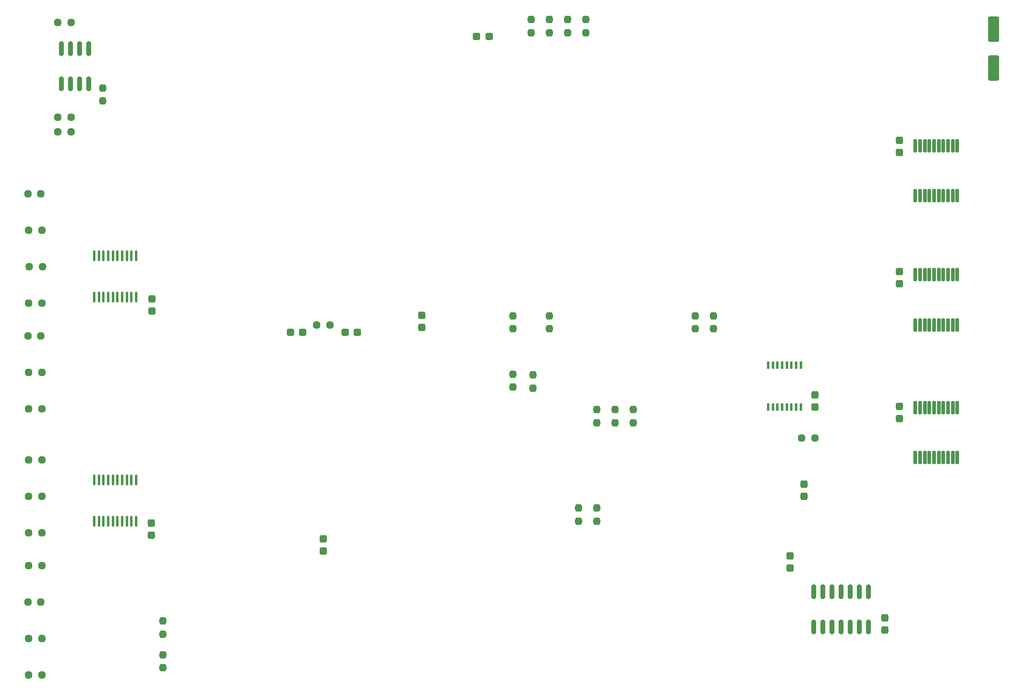
<source format=gtp>
%TF.GenerationSoftware,KiCad,Pcbnew,7.0.1*%
%TF.CreationDate,2023-08-20T11:19:01+01:00*%
%TF.ProjectId,J11HackPlus_V2,4a313148-6163-46b5-906c-75735f56322e,rev?*%
%TF.SameCoordinates,Original*%
%TF.FileFunction,Paste,Top*%
%TF.FilePolarity,Positive*%
%FSLAX46Y46*%
G04 Gerber Fmt 4.6, Leading zero omitted, Abs format (unit mm)*
G04 Created by KiCad (PCBNEW 7.0.1) date 2023-08-20 11:19:01*
%MOMM*%
%LPD*%
G01*
G04 APERTURE LIST*
G04 Aperture macros list*
%AMRoundRect*
0 Rectangle with rounded corners*
0 $1 Rounding radius*
0 $2 $3 $4 $5 $6 $7 $8 $9 X,Y pos of 4 corners*
0 Add a 4 corners polygon primitive as box body*
4,1,4,$2,$3,$4,$5,$6,$7,$8,$9,$2,$3,0*
0 Add four circle primitives for the rounded corners*
1,1,$1+$1,$2,$3*
1,1,$1+$1,$4,$5*
1,1,$1+$1,$6,$7*
1,1,$1+$1,$8,$9*
0 Add four rect primitives between the rounded corners*
20,1,$1+$1,$2,$3,$4,$5,0*
20,1,$1+$1,$4,$5,$6,$7,0*
20,1,$1+$1,$6,$7,$8,$9,0*
20,1,$1+$1,$8,$9,$2,$3,0*%
G04 Aperture macros list end*
%ADD10RoundRect,0.237500X-0.250000X-0.237500X0.250000X-0.237500X0.250000X0.237500X-0.250000X0.237500X0*%
%ADD11RoundRect,0.237500X-0.237500X0.300000X-0.237500X-0.300000X0.237500X-0.300000X0.237500X0.300000X0*%
%ADD12RoundRect,0.237500X0.237500X-0.250000X0.237500X0.250000X-0.237500X0.250000X-0.237500X-0.250000X0*%
%ADD13RoundRect,0.237500X-0.237500X0.250000X-0.237500X-0.250000X0.237500X-0.250000X0.237500X0.250000X0*%
%ADD14RoundRect,0.100000X-0.100000X0.637500X-0.100000X-0.637500X0.100000X-0.637500X0.100000X0.637500X0*%
%ADD15RoundRect,0.237500X0.250000X0.237500X-0.250000X0.237500X-0.250000X-0.237500X0.250000X-0.237500X0*%
%ADD16RoundRect,0.237500X0.300000X0.237500X-0.300000X0.237500X-0.300000X-0.237500X0.300000X-0.237500X0*%
%ADD17RoundRect,0.125000X0.125000X-0.825000X0.125000X0.825000X-0.125000X0.825000X-0.125000X-0.825000X0*%
%ADD18RoundRect,0.237500X0.237500X-0.300000X0.237500X0.300000X-0.237500X0.300000X-0.237500X-0.300000X0*%
%ADD19RoundRect,0.150000X-0.150000X0.825000X-0.150000X-0.825000X0.150000X-0.825000X0.150000X0.825000X0*%
%ADD20R,0.400000X1.000000*%
%ADD21RoundRect,0.250000X0.550000X-1.500000X0.550000X1.500000X-0.550000X1.500000X-0.550000X-1.500000X0*%
G04 APERTURE END LIST*
D10*
X58523500Y-130048000D03*
X60348500Y-130048000D03*
X58523500Y-120396000D03*
X60348500Y-120396000D03*
D11*
X168079000Y-106233500D03*
X168079000Y-107958500D03*
D12*
X77216000Y-144272000D03*
X77216000Y-142447000D03*
D13*
X68857317Y-63460078D03*
X68857317Y-65285078D03*
D11*
X177800000Y-137313500D03*
X177800000Y-139038500D03*
D14*
X73496000Y-118137500D03*
X72846000Y-118137500D03*
X72196000Y-118137500D03*
X71546000Y-118137500D03*
X70896000Y-118137500D03*
X70246000Y-118137500D03*
X69596000Y-118137500D03*
X68946000Y-118137500D03*
X68296000Y-118137500D03*
X67646000Y-118137500D03*
X67646000Y-123862500D03*
X68296000Y-123862500D03*
X68946000Y-123862500D03*
X69596000Y-123862500D03*
X70246000Y-123862500D03*
X70896000Y-123862500D03*
X71546000Y-123862500D03*
X72196000Y-123862500D03*
X72846000Y-123862500D03*
X73496000Y-123862500D03*
D15*
X64412500Y-54356000D03*
X62587500Y-54356000D03*
D16*
X104341000Y-97536000D03*
X102616000Y-97536000D03*
D17*
X182075000Y-78500000D03*
X182725000Y-78500000D03*
X183375000Y-78500000D03*
X184025000Y-78500000D03*
X184675000Y-78500000D03*
X185325000Y-78500000D03*
X185975000Y-78500000D03*
X186625000Y-78500000D03*
X187275000Y-78500000D03*
X187925000Y-78500000D03*
X187925000Y-71500000D03*
X187275000Y-71500000D03*
X186625000Y-71500000D03*
X185975000Y-71500000D03*
X185325000Y-71500000D03*
X184675000Y-71500000D03*
X184025000Y-71500000D03*
X183375000Y-71500000D03*
X182725000Y-71500000D03*
X182075000Y-71500000D03*
D12*
X135128000Y-123848500D03*
X135128000Y-122023500D03*
D10*
X58523500Y-83312000D03*
X60348500Y-83312000D03*
D12*
X131064000Y-97028000D03*
X131064000Y-95203000D03*
D17*
X182075000Y-96500000D03*
X182725000Y-96500000D03*
X183375000Y-96500000D03*
X184025000Y-96500000D03*
X184675000Y-96500000D03*
X185325000Y-96500000D03*
X185975000Y-96500000D03*
X186625000Y-96500000D03*
X187275000Y-96500000D03*
X187925000Y-96500000D03*
X187925000Y-89500000D03*
X187275000Y-89500000D03*
X186625000Y-89500000D03*
X185975000Y-89500000D03*
X185325000Y-89500000D03*
X184675000Y-89500000D03*
X184025000Y-89500000D03*
X183375000Y-89500000D03*
X182725000Y-89500000D03*
X182075000Y-89500000D03*
D10*
X58523500Y-145288000D03*
X60348500Y-145288000D03*
X58420000Y-78232000D03*
X60245000Y-78232000D03*
D18*
X179832000Y-72490500D03*
X179832000Y-70765500D03*
D19*
X66929000Y-57977000D03*
X65659000Y-57977000D03*
X64389000Y-57977000D03*
X63119000Y-57977000D03*
X63119000Y-62927000D03*
X64389000Y-62927000D03*
X65659000Y-62927000D03*
X66929000Y-62927000D03*
D20*
X166094000Y-102108000D03*
X165444000Y-102108000D03*
X164794000Y-102108000D03*
X164144000Y-102108000D03*
X163494000Y-102108000D03*
X162844000Y-102108000D03*
X162194000Y-102108000D03*
X161544000Y-102108000D03*
X161544000Y-107908000D03*
X162194000Y-107908000D03*
X162844000Y-107908000D03*
X163494000Y-107908000D03*
X164144000Y-107908000D03*
X164794000Y-107908000D03*
X165444000Y-107908000D03*
X166094000Y-107908000D03*
D16*
X122655500Y-56261000D03*
X120930500Y-56261000D03*
D15*
X168044500Y-112268000D03*
X166219500Y-112268000D03*
D11*
X166520500Y-118671000D03*
X166520500Y-120396000D03*
D10*
X58523500Y-93472000D03*
X60348500Y-93472000D03*
D16*
X96721000Y-97536000D03*
X94996000Y-97536000D03*
D10*
X58523500Y-140208000D03*
X60348500Y-140208000D03*
X58523500Y-108204000D03*
X60348500Y-108204000D03*
D13*
X136144000Y-53951500D03*
X136144000Y-55776500D03*
D18*
X179832000Y-90778500D03*
X179832000Y-89053500D03*
D10*
X58420000Y-135128000D03*
X60245000Y-135128000D03*
D12*
X153924000Y-97028000D03*
X153924000Y-95203000D03*
D18*
X113284000Y-96874500D03*
X113284000Y-95149500D03*
D13*
X133604000Y-53951500D03*
X133604000Y-55776500D03*
D10*
X58627000Y-88392000D03*
X60452000Y-88392000D03*
D18*
X75643000Y-125830500D03*
X75643000Y-124105500D03*
D12*
X128778000Y-105306500D03*
X128778000Y-103481500D03*
D17*
X182075000Y-115000000D03*
X182725000Y-115000000D03*
X183375000Y-115000000D03*
X184025000Y-115000000D03*
X184675000Y-115000000D03*
X185325000Y-115000000D03*
X185975000Y-115000000D03*
X186625000Y-115000000D03*
X187275000Y-115000000D03*
X187925000Y-115000000D03*
X187925000Y-108000000D03*
X187275000Y-108000000D03*
X186625000Y-108000000D03*
X185975000Y-108000000D03*
X185325000Y-108000000D03*
X184675000Y-108000000D03*
X184025000Y-108000000D03*
X183375000Y-108000000D03*
X182725000Y-108000000D03*
X182075000Y-108000000D03*
D10*
X58523500Y-103124000D03*
X60348500Y-103124000D03*
D15*
X64412500Y-67564000D03*
X62587500Y-67564000D03*
D10*
X58523500Y-125476000D03*
X60348500Y-125476000D03*
D13*
X77216000Y-137771500D03*
X77216000Y-139596500D03*
D14*
X73496000Y-86868000D03*
X72846000Y-86868000D03*
X72196000Y-86868000D03*
X71546000Y-86868000D03*
X70896000Y-86868000D03*
X70246000Y-86868000D03*
X69596000Y-86868000D03*
X68946000Y-86868000D03*
X68296000Y-86868000D03*
X67646000Y-86868000D03*
X67646000Y-92593000D03*
X68296000Y-92593000D03*
X68946000Y-92593000D03*
X69596000Y-92593000D03*
X70246000Y-92593000D03*
X70896000Y-92593000D03*
X71546000Y-92593000D03*
X72196000Y-92593000D03*
X72846000Y-92593000D03*
X73496000Y-92593000D03*
D13*
X128554000Y-53951500D03*
X128554000Y-55776500D03*
D10*
X58420000Y-98044000D03*
X60245000Y-98044000D03*
D13*
X140208000Y-108307500D03*
X140208000Y-110132500D03*
D18*
X164592000Y-130402500D03*
X164592000Y-128677500D03*
X179832000Y-109574500D03*
X179832000Y-107849500D03*
D13*
X131064000Y-53951500D03*
X131064000Y-55776500D03*
X125984000Y-103354500D03*
X125984000Y-105179500D03*
D10*
X62587500Y-69596000D03*
X64412500Y-69596000D03*
D12*
X137668000Y-123848500D03*
X137668000Y-122023500D03*
D11*
X99568000Y-126291000D03*
X99568000Y-128016000D03*
D12*
X151384000Y-97028000D03*
X151384000Y-95203000D03*
D10*
X58523500Y-115316000D03*
X60348500Y-115316000D03*
D13*
X137668000Y-108307500D03*
X137668000Y-110132500D03*
D15*
X100480500Y-96520000D03*
X98655500Y-96520000D03*
D12*
X125984000Y-97028000D03*
X125984000Y-95203000D03*
D18*
X75692000Y-94557000D03*
X75692000Y-92832000D03*
D13*
X142748000Y-108307500D03*
X142748000Y-110132500D03*
D21*
X193000000Y-60700000D03*
X193000000Y-55300000D03*
D19*
X175514000Y-133669000D03*
X174244000Y-133669000D03*
X172974000Y-133669000D03*
X171704000Y-133669000D03*
X170434000Y-133669000D03*
X169164000Y-133669000D03*
X167894000Y-133669000D03*
X167894000Y-138619000D03*
X169164000Y-138619000D03*
X170434000Y-138619000D03*
X171704000Y-138619000D03*
X172974000Y-138619000D03*
X174244000Y-138619000D03*
X175514000Y-138619000D03*
M02*

</source>
